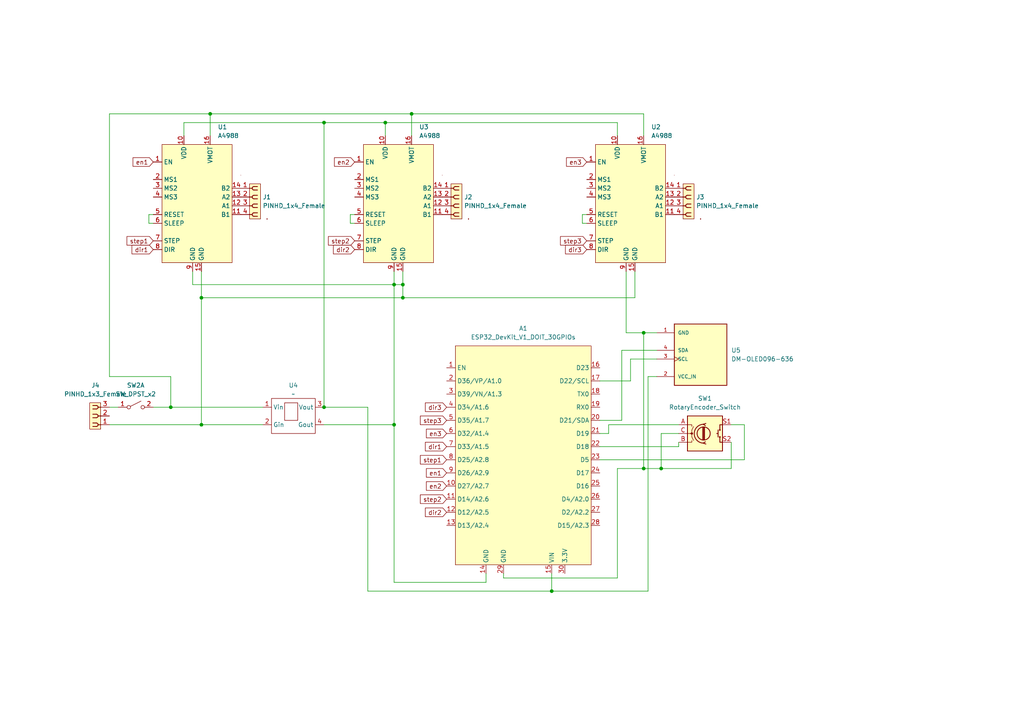
<source format=kicad_sch>
(kicad_sch (version 20231120) (generator "eeschema") (generator_version "8.0")
  (paper "A4")
  (lib_symbols
    (symbol "DM-OLED096-636:DM-OLED096-636" (pin_names (offset 1.016))
      (property "Reference" "U" (at -7.62 10.922 0))
      (property "Value" "DM-OLED096-636" (at -7.62 -10.16 0))
      (symbol "DM-OLED096-636_0_0"
        (rectangle (start -7.62 -7.62) (end 7.62 10.16) (stroke (width 0.254)) (fill (type background)))
        (pin power_in line (at 12.7 -5.08 180) (length 5.08) (name "GND") (number "1"))
        (pin power_in line (at 12.7 7.62 180) (length 5.08) (name "VCC_IN") (number "2"))
        (pin input clock (at 12.7 2.54 180) (length 5.08) (name "SCL") (number "3"))
        (pin bidirectional line (at 12.7 0 180) (length 5.08) (name "SDA") (number "4"))
      )
    )
    (symbol "Device:RotaryEncoder_Switch" (pin_names (offset 0.254) hide)
      (property "Reference" "SW" (at 0 6.604 0))
      (property "Value" "RotaryEncoder_Switch" (at 0 -6.604 0))
      (symbol "RotaryEncoder_Switch_0_1"
        (rectangle (start -5.08 5.08) (end 5.08 -5.08) (stroke (width 0.254)) (fill (type background)))
        (circle (center -3.81 0) (radius 0.254) (fill (type outline)))
        (circle (center -0.381 0) (radius 1.905) (stroke (width 0.254)))
        (arc (start -0.381 2.667) (mid -3.0988 -0.0635) (end -0.381 -2.794) (stroke (width 0.254)))
        (polyline (pts (xy -0.635 -1.778) (xy -0.635 1.778)) (stroke (width 0.254)))
        (polyline (pts (xy -0.381 -1.778) (xy -0.381 1.778)) (stroke (width 0.254)))
        (polyline (pts (xy -0.127 1.778) (xy -0.127 -1.778)) (stroke (width 0.254)))
        (polyline (pts (xy 3.81 0) (xy 3.429 0)) (stroke (width 0.254)))
        (polyline (pts (xy 3.81 1.016) (xy 3.81 -1.016)) (stroke (width 0.254)))
        (polyline (pts (xy -5.08 -2.54) (xy -3.81 -2.54) (xy -3.81 -2.032)))
        (polyline (pts (xy -5.08 2.54) (xy -3.81 2.54) (xy -3.81 2.032)))
        (polyline (pts (xy 0.254 -3.048) (xy -0.508 -2.794) (xy 0.127 -2.413)) (stroke (width 0.254)))
        (polyline (pts (xy 0.254 2.921) (xy -0.508 2.667) (xy 0.127 2.286)) (stroke (width 0.254)))
        (polyline (pts (xy 5.08 -2.54) (xy 4.318 -2.54) (xy 4.318 -1.016)) (stroke (width 0.254)))
        (polyline (pts (xy 5.08 2.54) (xy 4.318 2.54) (xy 4.318 1.016)) (stroke (width 0.254)))
        (polyline (pts (xy -5.08 0) (xy -3.81 0) (xy -3.81 -1.016) (xy -3.302 -2.032)))
        (polyline (pts (xy -4.318 0) (xy -3.81 0) (xy -3.81 1.016) (xy -3.302 2.032)))
        (circle (center 4.318 -1.016) (radius 0.127) (stroke (width 0.254)))
        (circle (center 4.318 1.016) (radius 0.127) (stroke (width 0.254)))
      )
      (symbol "RotaryEncoder_Switch_1_1"
        (pin passive line (at -7.62 2.54 0) (length 2.54) (name "A") (number "A"))
        (pin passive line (at -7.62 -2.54 0) (length 2.54) (name "B") (number "B"))
        (pin passive line (at -7.62 0 0) (length 2.54) (name "C") (number "C"))
        (pin passive line (at 7.62 2.54 180) (length 2.54) (name "S1") (number "S1"))
        (pin passive line (at 7.62 -2.54 180) (length 2.54) (name "S2") (number "S2"))
      )
    )
    (symbol "Mine:12v_to_5v_step_down"
      (property "Reference" "U" (at -5.588 6.35 0))
      (symbol "12v_to_5v_step_down_0_1"
        (rectangle (start -6.35 5.08) (end 6.35 -5.08))
        (rectangle (start -2.54 3.81) (end 1.27 -1.27))
      )
      (symbol "12v_to_5v_step_down_1_1"
        (pin input line (at -8.89 2.54 0) (length 2.54) (name "Vin") (number "1"))
        (pin input line (at -8.89 -2.54 0) (length 2.54) (name "Gin") (number "2"))
        (pin output line (at 8.89 2.54 180) (length 2.54) (name "Vout") (number "3"))
        (pin output line (at 8.89 -2.54 180) (length 2.54) (name "Gout") (number "4"))
      )
    )
    (symbol "Mine:ESP32_DevKit_V1_DOIT_30GPIOs_1"
      (property "Reference" "A2" (at 0.635 38.1 0))
      (property "Value" "ESP32_DevKit_V1_DOIT_30GPIOs" (at 0.635 35.56 0))
      (symbol "ESP32_DevKit_V1_DOIT_30GPIOs_1_0_1"
        (rectangle (start -19.05 33.02) (end 20.32 -30.48) (fill (type background)))
      )
      (symbol "ESP32_DevKit_V1_DOIT_30GPIOs_1_1_1"
        (pin bidirectional line (at -21.59 26.67 0) (length 2.54) (name "EN") (number "1"))
        (pin bidirectional line (at -21.59 -7.62 0) (length 2.54) (name "D27/A2.7") (number "10"))
        (pin bidirectional line (at -21.59 -11.43 0) (length 2.54) (name "D14/A2.6") (number "11"))
        (pin bidirectional line (at -21.59 -15.24 0) (length 2.54) (name "D12/A2.5") (number "12"))
        (pin bidirectional line (at -21.59 -19.05 0) (length 2.54) (name "D13/A2.4") (number "13"))
        (pin power_in line (at -10.16 -33.02 90) (length 2.54) (name "GND") (number "14"))
        (pin power_in line (at 8.89 -33.02 90) (length 2.54) (name "VIN") (number "15"))
        (pin bidirectional line (at 22.86 26.67 180) (length 2.54) (name "D23") (number "16"))
        (pin bidirectional line (at 22.86 22.86 180) (length 2.54) (name "D22/SCL") (number "17"))
        (pin bidirectional line (at 22.86 19.05 180) (length 2.54) (name "TX0") (number "18"))
        (pin bidirectional line (at 22.86 15.24 180) (length 2.54) (name "RX0") (number "19"))
        (pin bidirectional line (at -21.59 22.86 0) (length 2.54) (name "D36/VP/A1.0") (number "2"))
        (pin bidirectional line (at 22.86 11.43 180) (length 2.54) (name "D21/SDA") (number "20"))
        (pin bidirectional line (at 22.86 7.62 180) (length 2.54) (name "D19") (number "21"))
        (pin bidirectional line (at 22.86 3.81 180) (length 2.54) (name "D18") (number "22"))
        (pin bidirectional line (at 22.86 0 180) (length 2.54) (name "D5") (number "23"))
        (pin bidirectional line (at 22.86 -3.81 180) (length 2.54) (name "D17") (number "24"))
        (pin bidirectional line (at 22.86 -7.62 180) (length 2.54) (name "D16") (number "25"))
        (pin bidirectional line (at 22.86 -11.43 180) (length 2.54) (name "D4/A2.0") (number "26"))
        (pin bidirectional line (at 22.86 -15.24 180) (length 2.54) (name "D2/A2.2") (number "27"))
        (pin bidirectional line (at 22.86 -19.05 180) (length 2.54) (name "D15/A2.3") (number "28"))
        (pin bidirectional line (at -5.08 -33.02 90) (length 2.54) (name "GND") (number "29"))
        (pin bidirectional line (at -21.59 19.05 0) (length 2.54) (name "D39/VN/A1.3") (number "3"))
        (pin bidirectional line (at 12.7 -33.02 90) (length 2.54) (name "3.3V") (number "30"))
        (pin bidirectional line (at -21.59 15.24 0) (length 2.54) (name "D34/A1.6") (number "4"))
        (pin bidirectional line (at -21.59 11.43 0) (length 2.54) (name "D35/A1.7") (number "5"))
        (pin bidirectional line (at -21.59 7.62 0) (length 2.54) (name "D32/A1.4") (number "6"))
        (pin bidirectional line (at -21.59 3.81 0) (length 2.54) (name "D33/A1.5") (number "7"))
        (pin bidirectional line (at -21.59 0 0) (length 2.54) (name "D25/A2.8") (number "8"))
        (pin bidirectional line (at -21.59 -3.81 0) (length 2.54) (name "D26/A2.9") (number "9"))
      )
    )
    (symbol "PCM_SL_Breakout_Boards:A4988"
      (property "Reference" "U" (at -11.43 22.86 0))
      (property "Value" "A4988" (at -11.43 20.32 0))
      (symbol "A4988_0_1"
        (rectangle (start -10.16 16.51) (end 10.16 -17.78) (fill (type background)))
        (rectangle (start 12.7 7.62) (end 12.7 7.62))
        (rectangle (start 20.32 -5.08) (end 20.32 -5.08))
        (circle (center 20.32 -5.08) (radius 0.0001))
        (circle (center 20.32 -5.08) (radius 0.0001))
      )
      (symbol "A4988_1_1"
        (pin bidirectional line (at -12.7 11.43 0) (length 2.54) (name "EN") (number "1"))
        (pin power_in line (at -3.81 19.05 270) (length 2.54) (name "VDD") (number "10"))
        (pin bidirectional line (at 12.7 -3.81 180) (length 2.54) (name "B1") (number "11"))
        (pin bidirectional line (at 12.7 -1.27 180) (length 2.54) (name "A1") (number "12"))
        (pin bidirectional line (at 12.7 1.27 180) (length 2.54) (name "A2") (number "13"))
        (pin bidirectional line (at 12.7 3.81 180) (length 2.54) (name "B2") (number "14"))
        (pin power_in line (at 1.27 -20.32 90) (length 2.54) (name "GND") (number "15"))
        (pin power_in line (at 3.81 19.05 270) (length 2.54) (name "VMOT") (number "16"))
        (pin bidirectional line (at -12.7 6.35 0) (length 2.54) (name "MS1") (number "2"))
        (pin bidirectional line (at -12.7 3.81 0) (length 2.54) (name "MS2") (number "3"))
        (pin bidirectional line (at -12.7 1.27 0) (length 2.54) (name "MS3") (number "4"))
        (pin bidirectional line (at -12.7 -3.81 0) (length 2.54) (name "RESET") (number "5"))
        (pin bidirectional line (at -12.7 -6.35 0) (length 2.54) (name "SLEEP") (number "6"))
        (pin bidirectional line (at -12.7 -11.43 0) (length 2.54) (name "STEP") (number "7"))
        (pin bidirectional line (at -12.7 -13.97 0) (length 2.54) (name "DIR") (number "8"))
        (pin power_in line (at -1.27 -20.32 90) (length 2.54) (name "GND") (number "9"))
      )
    )
    (symbol "PCM_SL_Pin_Headers:PINHD_1x3_Female"
      (property "Reference" "J" (at 0 8.89 0))
      (property "Value" "PINHD_1x3_Female" (at 0 6.35 0))
      (symbol "PINHD_1x3_Female_0_1"
        (rectangle (start -1.27 3.81) (end 1.905 -3.81) (fill (type background)))
        (arc (start -0.508 -2.54) (mid -0.3592 -2.8992) (end 0 -3.048) (stroke (width 0.25)))
        (arc (start -0.508 0) (mid -0.3592 -0.3592) (end 0 -0.508) (stroke (width 0.25)))
        (arc (start -0.508 2.54) (mid -0.3592 2.1808) (end 0 2.032) (stroke (width 0.25)))
        (arc (start 0 -2.032) (mid -0.3592 -2.1808) (end -0.508 -2.54) (stroke (width 0.25)))
        (polyline (pts (xy -1.27 -2.54) (xy -0.508 -2.54)) (stroke (width 0.25)))
        (polyline (pts (xy -1.27 0) (xy -0.508 0)) (stroke (width 0.25)))
        (polyline (pts (xy -1.27 2.54) (xy -0.508 2.54)) (stroke (width 0.25)))
        (polyline (pts (xy 0 -3.048) (xy 1.016 -3.048)) (stroke (width 0.25)))
        (polyline (pts (xy 0 -2.032) (xy 1.016 -2.032)) (stroke (width 0.25)))
        (polyline (pts (xy 0 -0.508) (xy 1.016 -0.508)) (stroke (width 0.25)))
        (polyline (pts (xy 0 0.508) (xy 1.016 0.508)) (stroke (width 0.25)))
        (polyline (pts (xy 0 2.032) (xy 1.016 2.032)) (stroke (width 0.25)))
        (polyline (pts (xy 0 3.048) (xy 1.016 3.048)) (stroke (width 0.25)))
        (arc (start 0 0.508) (mid -0.3592 0.3592) (end -0.508 0) (stroke (width 0.25)))
        (arc (start 0 3.048) (mid -0.3592 2.8992) (end -0.508 2.54) (stroke (width 0.25)))
      )
      (symbol "PINHD_1x3_Female_1_1"
        (pin passive line (at -3.81 2.54 0) (length 2.54) (name "") (number "1"))
        (pin passive line (at -3.81 0 0) (length 2.54) (name "") (number "2"))
        (pin passive line (at -3.81 -2.54 0) (length 2.54) (name "") (number "3"))
      )
    )
    (symbol "PCM_SL_Pin_Headers:PINHD_1x4_Female"
      (property "Reference" "J" (at 0 10.16 0))
      (property "Value" "PINHD_1x4_Female" (at 0 7.62 0))
      (symbol "PINHD_1x4_Female_0_1"
        (rectangle (start -1.27 5.08) (end 1.905 -5.08) (fill (type background)))
        (arc (start -0.508 -3.81) (mid -0.3592 -4.1692) (end 0 -4.318) (stroke (width 0.25)))
        (arc (start -0.508 -1.27) (mid -0.3592 -1.6292) (end 0 -1.778) (stroke (width 0.25)))
        (arc (start -0.508 1.27) (mid -0.3592 0.9108) (end 0 0.762) (stroke (width 0.25)))
        (arc (start -0.508 3.81) (mid -0.3592 3.4508) (end 0 3.302) (stroke (width 0.25)))
        (arc (start 0 -3.302) (mid -0.3592 -3.4508) (end -0.508 -3.81) (stroke (width 0.25)))
        (arc (start 0 -0.762) (mid -0.3592 -0.9108) (end -0.508 -1.27) (stroke (width 0.25)))
        (polyline (pts (xy -1.27 -3.81) (xy -0.508 -3.81)) (stroke (width 0.25)))
        (polyline (pts (xy -1.27 -1.27) (xy -0.508 -1.27)) (stroke (width 0.25)))
        (polyline (pts (xy -1.27 1.27) (xy -0.508 1.27)) (stroke (width 0.25)))
        (polyline (pts (xy -1.27 3.81) (xy -0.508 3.81)) (stroke (width 0.25)))
        (polyline (pts (xy 0 -4.318) (xy 1.016 -4.318)) (stroke (width 0.25)))
        (polyline (pts (xy 0 -3.302) (xy 1.016 -3.302)) (stroke (width 0.25)))
        (polyline (pts (xy 0 -1.778) (xy 1.016 -1.778)) (stroke (width 0.25)))
        (polyline (pts (xy 0 -0.762) (xy 1.016 -0.762)) (stroke (width 0.25)))
        (polyline (pts (xy 0 0.762) (xy 1.016 0.762)) (stroke (width 0.25)))
        (polyline (pts (xy 0 1.778) (xy 1.016 1.778)) (stroke (width 0.25)))
        (polyline (pts (xy 0 3.302) (xy 1.016 3.302)) (stroke (width 0.25)))
        (polyline (pts (xy 0 4.318) (xy 1.016 4.318)) (stroke (width 0.25)))
        (arc (start 0 1.778) (mid -0.3592 1.6292) (end -0.508 1.27) (stroke (width 0.25)))
        (arc (start 0 4.318) (mid -0.3592 4.1692) (end -0.508 3.81) (stroke (width 0.25)))
      )
      (symbol "PINHD_1x4_Female_1_1"
        (pin passive line (at -3.81 3.81 0) (length 2.54) (name "") (number "1"))
        (pin passive line (at -3.81 1.27 0) (length 2.54) (name "") (number "2"))
        (pin passive line (at -3.81 -1.27 0) (length 2.54) (name "") (number "3"))
        (pin passive line (at -3.81 -3.81 0) (length 2.54) (name "") (number "4"))
      )
    )
    (symbol "Switch:SW_DPST_x2" (pin_names (offset 0) hide)
      (property "Reference" "SW" (at 0 3.175 0))
      (property "Value" "SW_DPST_x2" (at 0 -2.54 0))
      (symbol "SW_DPST_x2_0_0"
        (circle (center -2.032 0) (radius 0.508))
        (polyline (pts (xy -1.524 0.254) (xy 1.524 1.778)))
        (circle (center 2.032 0) (radius 0.508))
      )
      (symbol "SW_DPST_x2_1_1"
        (pin passive line (at -5.08 0 0) (length 2.54) (name "A") (number "1"))
        (pin passive line (at 5.08 0 180) (length 2.54) (name "B") (number "2"))
      )
      (symbol "SW_DPST_x2_2_1"
        (pin passive line (at -5.08 0 0) (length 2.54) (name "A") (number "3"))
        (pin passive line (at 5.08 0 180) (length 2.54) (name "B") (number "4"))
      )
    )
  )
  (junction (at 93.98 118.11))
  (junction (at 93.98 35.56))
  (junction (at 49.53 118.11))
  (junction (at 119.38 33.02))
  (junction (at 111.76 35.56))
  (junction (at 60.96 33.02))
  (junction (at 160.02 171.45))
  (junction (at 114.3 123.19))
  (junction (at 186.69 96.52))
  (junction (at 116.84 82.55))
  (junction (at 186.69 135.89))
  (junction (at 191.77 135.89))
  (junction (at 58.42 123.19))
  (junction (at 58.42 86.36))
  (junction (at 116.84 86.36))
  (junction (at 114.3 82.55))
  (wire (pts (xy 93.98 35.56) (xy 93.98 118.11)))
  (wire (pts (xy 196.85 129.54) (xy 196.85 128.27)))
  (wire (pts (xy 55.88 82.55) (xy 114.3 82.55)))
  (wire (pts (xy 31.75 109.22) (xy 49.53 109.22)))
  (wire (pts (xy 60.96 39.37) (xy 60.96 33.02)))
  (wire (pts (xy 119.38 33.02) (xy 119.38 39.37)))
  (wire (pts (xy 93.98 123.19) (xy 114.3 123.19)))
  (wire (pts (xy 184.15 78.74) (xy 184.15 86.36)))
  (wire (pts (xy 93.98 35.56) (xy 111.76 35.56)))
  (wire (pts (xy 173.99 129.54) (xy 196.85 129.54)))
  (wire (pts (xy 55.88 78.74) (xy 55.88 82.55)))
  (wire (pts (xy 191.77 125.73) (xy 191.77 135.89)))
  (wire (pts (xy 101.6 64.77) (xy 102.87 64.77)))
  (wire (pts (xy 186.69 135.89) (xy 186.69 96.52)))
  (wire (pts (xy 53.34 35.56) (xy 93.98 35.56)))
  (wire (pts (xy 186.69 39.37) (xy 186.69 33.02)))
  (wire (pts (xy 212.09 123.19) (xy 215.9 123.19)))
  (wire (pts (xy 58.42 86.36) (xy 116.84 86.36)))
  (wire (pts (xy 114.3 123.19) (xy 114.3 168.91)))
  (wire (pts (xy 102.87 62.23) (xy 101.6 62.23)))
  (wire (pts (xy 190.5 109.22) (xy 187.96 109.22)))
  (wire (pts (xy 114.3 82.55) (xy 114.3 123.19)))
  (wire (pts (xy 93.98 118.11) (xy 106.68 118.11)))
  (wire (pts (xy 44.45 62.23) (xy 43.18 62.23)))
  (wire (pts (xy 186.69 96.52) (xy 190.5 96.52)))
  (wire (pts (xy 114.3 82.55) (xy 114.3 78.74)))
  (wire (pts (xy 146.05 166.37) (xy 146.05 167.64)))
  (wire (pts (xy 180.34 101.6) (xy 180.34 121.92)))
  (wire (pts (xy 49.53 109.22) (xy 49.53 118.11)))
  (wire (pts (xy 215.9 133.35) (xy 173.99 133.35)))
  (wire (pts (xy 43.18 64.77) (xy 44.45 64.77)))
  (wire (pts (xy 212.09 128.27) (xy 212.09 135.89)))
  (wire (pts (xy 31.75 118.11) (xy 34.29 118.11)))
  (wire (pts (xy 146.05 167.64) (xy 179.07 167.64)))
  (wire (pts (xy 60.96 33.02) (xy 31.75 33.02)))
  (wire (pts (xy 179.07 35.56) (xy 111.76 35.56)))
  (wire (pts (xy 114.3 168.91) (xy 140.97 168.91)))
  (wire (pts (xy 60.96 33.02) (xy 119.38 33.02)))
  (wire (pts (xy 181.61 78.74) (xy 181.61 96.52)))
  (wire (pts (xy 181.61 96.52) (xy 186.69 96.52)))
  (wire (pts (xy 212.09 135.89) (xy 191.77 135.89)))
  (wire (pts (xy 187.96 109.22) (xy 187.96 171.45)))
  (wire (pts (xy 111.76 35.56) (xy 111.76 39.37)))
  (wire (pts (xy 58.42 78.74) (xy 58.42 86.36)))
  (wire (pts (xy 179.07 39.37) (xy 179.07 35.56)))
  (wire (pts (xy 196.85 123.19) (xy 176.53 123.19)))
  (wire (pts (xy 176.53 125.73) (xy 173.99 125.73)))
  (wire (pts (xy 180.34 121.92) (xy 173.99 121.92)))
  (wire (pts (xy 190.5 101.6) (xy 180.34 101.6)))
  (wire (pts (xy 179.07 135.89) (xy 179.07 167.64)))
  (wire (pts (xy 176.53 123.19) (xy 176.53 125.73)))
  (wire (pts (xy 190.5 104.14) (xy 182.88 104.14)))
  (wire (pts (xy 182.88 104.14) (xy 182.88 110.49)))
  (wire (pts (xy 215.9 123.19) (xy 215.9 133.35)))
  (wire (pts (xy 168.91 62.23) (xy 168.91 64.77)))
  (wire (pts (xy 31.75 33.02) (xy 31.75 109.22)))
  (wire (pts (xy 186.69 135.89) (xy 179.07 135.89)))
  (wire (pts (xy 160.02 171.45) (xy 187.96 171.45)))
  (wire (pts (xy 53.34 39.37) (xy 53.34 35.56)))
  (wire (pts (xy 58.42 86.36) (xy 58.42 123.19)))
  (wire (pts (xy 101.6 62.23) (xy 101.6 64.77)))
  (wire (pts (xy 186.69 33.02) (xy 119.38 33.02)))
  (wire (pts (xy 196.85 125.73) (xy 191.77 125.73)))
  (wire (pts (xy 31.75 123.19) (xy 58.42 123.19)))
  (wire (pts (xy 106.68 118.11) (xy 106.68 171.45)))
  (wire (pts (xy 114.3 82.55) (xy 116.84 82.55)))
  (wire (pts (xy 182.88 110.49) (xy 173.99 110.49)))
  (wire (pts (xy 140.97 168.91) (xy 140.97 166.37)))
  (wire (pts (xy 116.84 78.74) (xy 116.84 82.55)))
  (wire (pts (xy 58.42 123.19) (xy 76.2 123.19)))
  (wire (pts (xy 116.84 86.36) (xy 184.15 86.36)))
  (wire (pts (xy 106.68 171.45) (xy 160.02 171.45)))
  (wire (pts (xy 191.77 135.89) (xy 186.69 135.89)))
  (wire (pts (xy 49.53 118.11) (xy 76.2 118.11)))
  (wire (pts (xy 170.18 62.23) (xy 168.91 62.23)))
  (wire (pts (xy 160.02 166.37) (xy 160.02 171.45)))
  (wire (pts (xy 168.91 64.77) (xy 170.18 64.77)))
  (wire (pts (xy 43.18 62.23) (xy 43.18 64.77)))
  (wire (pts (xy 44.45 118.11) (xy 49.53 118.11)))
  (wire (pts (xy 116.84 82.55) (xy 116.84 86.36)))
  (global_label "step2" (shape input) (at 102.87 69.85 180) (property "Intersheetrefs" "${INTERSHEET_REFS}" (effects (hide yes))))
  (global_label "en1" (shape input) (at 129.54 137.16 180) (property "Intersheetrefs" "${INTERSHEET_REFS}" (effects (hide yes))))
  (global_label "step1" (shape input) (at 44.45 69.85 180) (property "Intersheetrefs" "${INTERSHEET_REFS}" (effects (hide yes))))
  (global_label "step2" (shape input) (at 129.54 144.78 180) (property "Intersheetrefs" "${INTERSHEET_REFS}" (effects (hide yes))))
  (global_label "dir1" (shape input) (at 44.45 72.39 180) (property "Intersheetrefs" "${INTERSHEET_REFS}" (effects (hide yes))))
  (global_label "en3" (shape input) (at 170.18 46.99 180) (property "Intersheetrefs" "${INTERSHEET_REFS}" (effects (hide yes))))
  (global_label "dir3" (shape input) (at 170.18 72.39 180) (property "Intersheetrefs" "${INTERSHEET_REFS}" (effects (hide yes))))
  (global_label "en2" (shape input) (at 129.54 140.97 180) (property "Intersheetrefs" "${INTERSHEET_REFS}" (effects (hide yes))))
  (global_label "step3" (shape input) (at 170.18 69.85 180) (property "Intersheetrefs" "${INTERSHEET_REFS}" (effects (hide yes))))
  (global_label "dir1" (shape input) (at 129.54 129.54 180) (property "Intersheetrefs" "${INTERSHEET_REFS}" (effects (hide yes))))
  (global_label "dir2" (shape input) (at 129.54 148.59 180) (property "Intersheetrefs" "${INTERSHEET_REFS}" (effects (hide yes))))
  (global_label "dir3" (shape input) (at 129.54 118.11 180) (property "Intersheetrefs" "${INTERSHEET_REFS}" (effects (hide yes))))
  (global_label "step1" (shape input) (at 129.54 133.35 180) (property "Intersheetrefs" "${INTERSHEET_REFS}" (effects (hide yes))))
  (global_label "en3" (shape input) (at 129.54 125.73 180) (property "Intersheetrefs" "${INTERSHEET_REFS}" (effects (hide yes))))
  (global_label "step3" (shape input) (at 129.54 121.92 180) (property "Intersheetrefs" "${INTERSHEET_REFS}" (effects (hide yes))))
  (global_label "en1" (shape input) (at 44.45 46.99 180) (property "Intersheetrefs" "${INTERSHEET_REFS}" (effects (hide yes))))
  (global_label "en2" (shape input) (at 102.87 46.99 180) (property "Intersheetrefs" "${INTERSHEET_REFS}" (effects (hide yes))))
  (global_label "dir2" (shape input) (at 102.87 72.39 180) (property "Intersheetrefs" "${INTERSHEET_REFS}" (effects (hide yes))))
  (symbol (lib_id "Mine:12v_to_5v_step_down") (at 85.09 120.65 0) (unit 1)
    (property "Reference" "U4" (at 85.09 111.76 0))
    (property "Value" "~" (at 85.09 114.3 0))
    (property "Footprint" "Mine:12v to 5v" (effects (hide yes)))
  )
  (symbol (lib_id "Mine:ESP32_DevKit_V1_DOIT_30GPIOs_1") (at 151.13 133.35 0) (unit 1)
    (property "Reference" "A1" (at 151.765 95.25 0))
    (property "Value" "ESP32_DevKit_V1_DOIT_30GPIOs" (at 151.765 97.79 0))
    (property "Footprint" "PCM_SL_Development_Boards:DOIT_ESP32_DEVKIT_30Pins" (effects (hide yes)))
    (property "Description" "Microcontroller module with ESP32 MCU, WiFi and Bluetooth" (effects (hide yes)))
  )
  (symbol (lib_id "Device:RotaryEncoder_Switch") (at 204.47 125.73 0) (unit 1)
    (property "Reference" "SW1" (at 204.47 115.57 0))
    (property "Value" "RotaryEncoder_Switch" (at 204.47 118.11 0))
    (property "Footprint" "Rotary_Encoder:RotaryEncoder_Alps_EC11E-Switch_Vertical_H20mm" (effects (hide yes)))
    (property "Description" "Rotary encoder, dual channel, incremental quadrate outputs, with switch" (effects (hide yes)))
  )
  (symbol (lib_id "PCM_SL_Pin_Headers:PINHD_1x4_Female") (at 73.66 58.42 0) (unit 1)
    (property "Reference" "J1" (at 76.2 57.1499 0) (effects (justify left)))
    (property "Value" "PINHD_1x4_Female" (at 76.2 59.6899 0) (effects (justify left)))
    (property "Footprint" "Connector_PinSocket_2.54mm:PinSocket_1x04_P2.54mm_Vertical" (effects (hide yes)))
    (property "Description" "Pin Header female with pin space 2.54mm. Pin Count -4" (effects (hide yes)))
  )
  (symbol (lib_id "PCM_SL_Pin_Headers:PINHD_1x4_Female") (at 199.39 58.42 0) (unit 1)
    (property "Reference" "J3" (at 201.93 57.1499 0) (effects (justify left)))
    (property "Value" "PINHD_1x4_Female" (at 201.93 59.6899 0) (effects (justify left)))
    (property "Footprint" "Connector_PinSocket_2.54mm:PinSocket_1x04_P2.54mm_Vertical" (effects (hide yes)))
    (property "Description" "Pin Header female with pin space 2.54mm. Pin Count -4" (effects (hide yes)))
  )
  (symbol (lib_id "Switch:SW_DPST_x2") (at 39.37 118.11 0) (unit 1)
    (property "Reference" "SW2" (at 39.37 111.76 0))
    (property "Value" "SW_DPST_x2" (at 39.37 114.3 0))
    (property "Footprint" "Connector_PinSocket_2.54mm:PinSocket_1x03_P2.54mm_Vertical" (effects (hide yes)))
    (property "Description" "Single Pole Single Throw (SPST) switch, separate symbol" (effects (hide yes)))
  )
  (symbol (lib_id "PCM_SL_Breakout_Boards:A4988") (at 115.57 58.42 0) (unit 1)
    (property "Reference" "U3" (at 121.5741 36.83 0) (effects (justify left)))
    (property "Value" "A4988" (at 121.5741 39.37 0) (effects (justify left)))
    (property "Footprint" "PCM_SL_Breakout_Boards:A4988_Breakout" (effects (hide yes)))
    (property "Description" "A4988 Stepper Motor Driver Breakout Board" (effects (hide yes)))
  )
  (symbol (lib_id "DM-OLED096-636:DM-OLED096-636") (at 203.2 101.6 180) (unit 1)
    (property "Reference" "U5" (at 212.09 101.5999 0) (effects (justify right)))
    (property "Value" "DM-OLED096-636" (at 212.09 104.1399 0) (effects (justify right)))
    (property "Footprint" "Mine:MODULE_DM-OLED096-636" (effects (hide yes)))
    (property "MF" "Display Module" (effects (hide yes)))
    (property "MAXIMUM_PACKAGE_HEIGHT" "11.3 mm" (effects (hide yes)))
    (property "Package" "Package" (effects (hide yes)))
    (property "Price" "None" (effects (hide yes)))
    (property "Check_prices" "https://www.snapeda.com/parts/DM-OLED096-636/Display+Module/view-part/?ref=eda" (effects (hide yes)))
    (property "STANDARD" "Manufacturer Recommendations" (effects (hide yes)))
    (property "PARTREV" "2018-09-10" (effects (hide yes)))
    (property "SnapEDA_Link" "https://www.snapeda.com/parts/DM-OLED096-636/Display+Module/view-part/?ref=snap" (effects (hide yes)))
    (property "MP" "DM-OLED096-636" (effects (hide yes)))
    (property "Description_1" "\n                        \n                            0.96” 128 X 64 MONOCHROME GRAPHIC OLED DISPLAY MODULE - I2C\n                        \n" (effects (hide yes)))
    (property "Availability" "Not in stock" (effects (hide yes)))
    (property "MANUFACTURER" "Displaymodule" (effects (hide yes)))
  )
  (symbol (lib_id "PCM_SL_Pin_Headers:PINHD_1x4_Female") (at 132.08 58.42 0) (unit 1)
    (property "Reference" "J2" (at 134.62 57.1499 0) (effects (justify left)))
    (property "Value" "PINHD_1x4_Female" (at 134.62 59.6899 0) (effects (justify left)))
    (property "Footprint" "Connector_PinSocket_2.54mm:PinSocket_1x04_P2.54mm_Vertical" (effects (hide yes)))
    (property "Description" "Pin Header female with pin space 2.54mm. Pin Count -4" (effects (hide yes)))
  )
  (symbol (lib_id "PCM_SL_Breakout_Boards:A4988") (at 57.15 58.42 0) (unit 1)
    (property "Reference" "U1" (at 63.1541 36.83 0) (effects (justify left)))
    (property "Value" "A4988" (at 63.1541 39.37 0) (effects (justify left)))
    (property "Footprint" "PCM_SL_Breakout_Boards:A4988_Breakout" (effects (hide yes)))
    (property "Description" "A4988 Stepper Motor Driver Breakout Board" (effects (hide yes)))
  )
  (symbol (lib_id "PCM_SL_Breakout_Boards:A4988") (at 182.88 58.42 0) (unit 1)
    (property "Reference" "U2" (at 188.8841 36.83 0) (effects (justify left)))
    (property "Value" "A4988" (at 188.8841 39.37 0) (effects (justify left)))
    (property "Footprint" "PCM_SL_Breakout_Boards:A4988_Breakout" (effects (hide yes)))
    (property "Description" "A4988 Stepper Motor Driver Breakout Board" (effects (hide yes)))
  )
  (symbol (lib_id "PCM_SL_Pin_Headers:PINHD_1x3_Female") (at 27.94 120.65 180) (unit 1)
    (property "Reference" "J4" (at 27.685 111.76 0))
    (property "Value" "PINHD_1x3_Female" (at 27.685 114.3 0))
    (property "Footprint" "Connector_PinSocket_2.54mm:PinSocket_1x03_P2.54mm_Vertical" (effects (hide yes)))
    (property "Description" "Pin Header female with pin space 2.54mm. Pin Count -3" (effects (hide yes)))
  )
)
</source>
